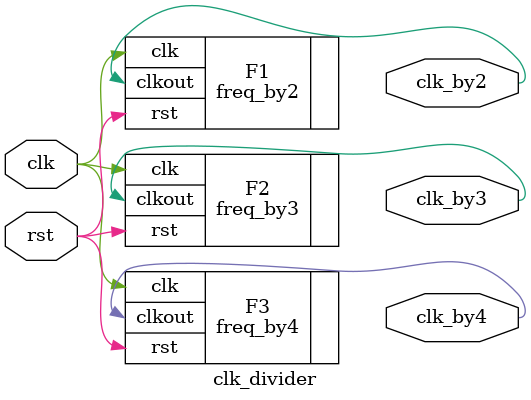
<source format=v>

module clk_divider(input clk, rst, output clk_by2, clk_by3, clk_by4 );

  freq_by2 F1(.clk(clk), .rst(rst), .clkout(clk_by2)) ;
  freq_by3 F2(.clk(clk), .rst(rst), .clkout(clk_by3)) ;
  freq_by4 F3(.clk(clk), .rst(rst), .clkout(clk_by4)) ;
  
endmodule

</source>
